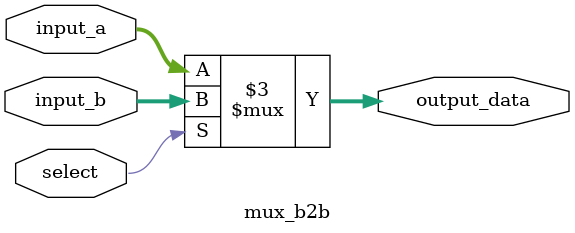
<source format=v>
module mux_b2b (input_a, input_b, select, output_data);
  input [3:0]      input_a;
  input [3:0]      input_b;
  input            select;
  output reg [3:0] output_data;

always @(*) begin
  if(select)    
    output_data = input_b;
  else
    output_data = input_a;
end
endmodule
</source>
